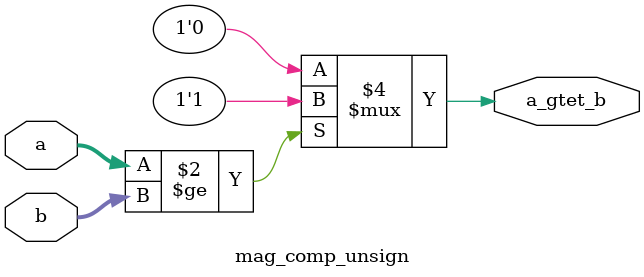
<source format=v>

module mag_comp_unsign (a, b, a_gtet_b);
input [7:0]a;
input [7:0]b;
output a_gtet_b;

// since we will be assigning to this, make it a reg
reg a_gtet_b;

// modify the output on a change with a or b
always @(a or b)
begin

// this implementation is a simple if statment. by
// structuring the comparsion like this, The circuit
// will be small and compact.

  if (a >= b)
    a_gtet_b = 1'b1;
  else
    a_gtet_b = 1'b0;
end

endmodule


</source>
